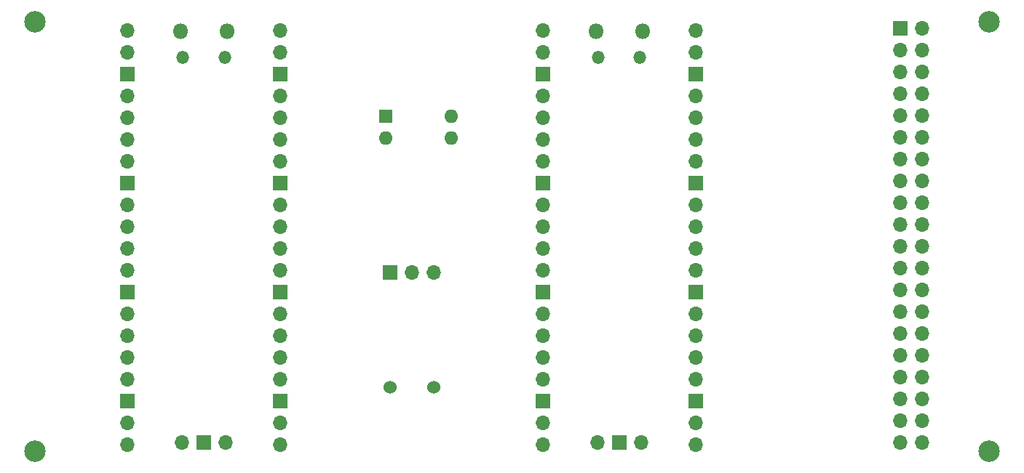
<source format=gbr>
%TF.GenerationSoftware,KiCad,Pcbnew,7.0.5-0*%
%TF.CreationDate,2023-11-25T09:06:25+00:00*%
%TF.ProjectId,PicoDebugger,5069636f-4465-4627-9567-6765722e6b69,rev?*%
%TF.SameCoordinates,Original*%
%TF.FileFunction,Soldermask,Bot*%
%TF.FilePolarity,Negative*%
%FSLAX46Y46*%
G04 Gerber Fmt 4.6, Leading zero omitted, Abs format (unit mm)*
G04 Created by KiCad (PCBNEW 7.0.5-0) date 2023-11-25 09:06:25*
%MOMM*%
%LPD*%
G01*
G04 APERTURE LIST*
%ADD10C,2.500000*%
%ADD11O,1.800000X1.800000*%
%ADD12O,1.500000X1.500000*%
%ADD13O,1.700000X1.700000*%
%ADD14R,1.700000X1.700000*%
%ADD15C,1.524000*%
%ADD16R,1.600000X1.600000*%
%ADD17O,1.600000X1.600000*%
G04 APERTURE END LIST*
D10*
%TO.C,H3*%
X50000000Y-72000000D03*
%TD*%
%TO.C,H1*%
X161000000Y-72000000D03*
%TD*%
D11*
%TO.C,Target1*%
X115215000Y-73095000D03*
D12*
X115515000Y-76125000D03*
X120365000Y-76125000D03*
D11*
X120665000Y-73095000D03*
D13*
X109050000Y-72965000D03*
X109050000Y-75505000D03*
D14*
X109050000Y-78045000D03*
D13*
X109050000Y-80585000D03*
X109050000Y-83125000D03*
X109050000Y-85665000D03*
X109050000Y-88205000D03*
D14*
X109050000Y-90745000D03*
D13*
X109050000Y-93285000D03*
X109050000Y-95825000D03*
X109050000Y-98365000D03*
X109050000Y-100905000D03*
D14*
X109050000Y-103445000D03*
D13*
X109050000Y-105985000D03*
X109050000Y-108525000D03*
X109050000Y-111065000D03*
X109050000Y-113605000D03*
D14*
X109050000Y-116145000D03*
D13*
X109050000Y-118685000D03*
X109050000Y-121225000D03*
X126830000Y-121225000D03*
X126830000Y-118685000D03*
D14*
X126830000Y-116145000D03*
D13*
X126830000Y-113605000D03*
X126830000Y-111065000D03*
X126830000Y-108525000D03*
X126830000Y-105985000D03*
D14*
X126830000Y-103445000D03*
D13*
X126830000Y-100905000D03*
X126830000Y-98365000D03*
X126830000Y-95825000D03*
X126830000Y-93285000D03*
D14*
X126830000Y-90745000D03*
D13*
X126830000Y-88205000D03*
X126830000Y-85665000D03*
X126830000Y-83125000D03*
X126830000Y-80585000D03*
D14*
X126830000Y-78045000D03*
D13*
X126830000Y-75505000D03*
X126830000Y-72965000D03*
X115400000Y-120995000D03*
D14*
X117940000Y-120995000D03*
D13*
X120480000Y-120995000D03*
%TD*%
D10*
%TO.C,H4*%
X50000000Y-122000000D03*
%TD*%
D14*
%TO.C,J2*%
X91325000Y-101175000D03*
D13*
X93865000Y-101175000D03*
X96405000Y-101175000D03*
%TD*%
D10*
%TO.C,H2*%
X161000000Y-122000000D03*
%TD*%
D15*
%TO.C,SW2*%
X96393000Y-114554000D03*
X91313000Y-114554000D03*
%TD*%
D14*
%TO.C,J1*%
X150685000Y-72780000D03*
D13*
X153225000Y-72780000D03*
X150685000Y-75320000D03*
X153225000Y-75320000D03*
X150685000Y-77860000D03*
X153225000Y-77860000D03*
X150685000Y-80400000D03*
X153225000Y-80400000D03*
X150685000Y-82940000D03*
X153225000Y-82940000D03*
X150685000Y-85480000D03*
X153225000Y-85480000D03*
X150685000Y-88020000D03*
X153225000Y-88020000D03*
X150685000Y-90560000D03*
X153225000Y-90560000D03*
X150685000Y-93100000D03*
X153225000Y-93100000D03*
X150685000Y-95640000D03*
X153225000Y-95640000D03*
X150685000Y-98180000D03*
X153225000Y-98180000D03*
X150685000Y-100720000D03*
X153225000Y-100720000D03*
X150685000Y-103260000D03*
X153225000Y-103260000D03*
X150685000Y-105800000D03*
X153225000Y-105800000D03*
X150685000Y-108340000D03*
X153225000Y-108340000D03*
X150685000Y-110880000D03*
X153225000Y-110880000D03*
X150685000Y-113420000D03*
X153225000Y-113420000D03*
X150685000Y-115960000D03*
X153225000Y-115960000D03*
X150685000Y-118500000D03*
X153225000Y-118500000D03*
X150685000Y-121040000D03*
X153225000Y-121040000D03*
%TD*%
D16*
%TO.C,SW1*%
X90807500Y-83000000D03*
D17*
X90807500Y-85540000D03*
X98427500Y-85540000D03*
X98427500Y-83000000D03*
%TD*%
D11*
%TO.C,PicoProbe1*%
X66885000Y-73090000D03*
D12*
X67185000Y-76120000D03*
X72035000Y-76120000D03*
D11*
X72335000Y-73090000D03*
D13*
X60720000Y-72960000D03*
X60720000Y-75500000D03*
D14*
X60720000Y-78040000D03*
D13*
X60720000Y-80580000D03*
X60720000Y-83120000D03*
X60720000Y-85660000D03*
X60720000Y-88200000D03*
D14*
X60720000Y-90740000D03*
D13*
X60720000Y-93280000D03*
X60720000Y-95820000D03*
X60720000Y-98360000D03*
X60720000Y-100900000D03*
D14*
X60720000Y-103440000D03*
D13*
X60720000Y-105980000D03*
X60720000Y-108520000D03*
X60720000Y-111060000D03*
X60720000Y-113600000D03*
D14*
X60720000Y-116140000D03*
D13*
X60720000Y-118680000D03*
X60720000Y-121220000D03*
X78500000Y-121220000D03*
X78500000Y-118680000D03*
D14*
X78500000Y-116140000D03*
D13*
X78500000Y-113600000D03*
X78500000Y-111060000D03*
X78500000Y-108520000D03*
X78500000Y-105980000D03*
D14*
X78500000Y-103440000D03*
D13*
X78500000Y-100900000D03*
X78500000Y-98360000D03*
X78500000Y-95820000D03*
X78500000Y-93280000D03*
D14*
X78500000Y-90740000D03*
D13*
X78500000Y-88200000D03*
X78500000Y-85660000D03*
X78500000Y-83120000D03*
X78500000Y-80580000D03*
D14*
X78500000Y-78040000D03*
D13*
X78500000Y-75500000D03*
X78500000Y-72960000D03*
X67070000Y-120990000D03*
D14*
X69610000Y-120990000D03*
D13*
X72150000Y-120990000D03*
%TD*%
M02*

</source>
